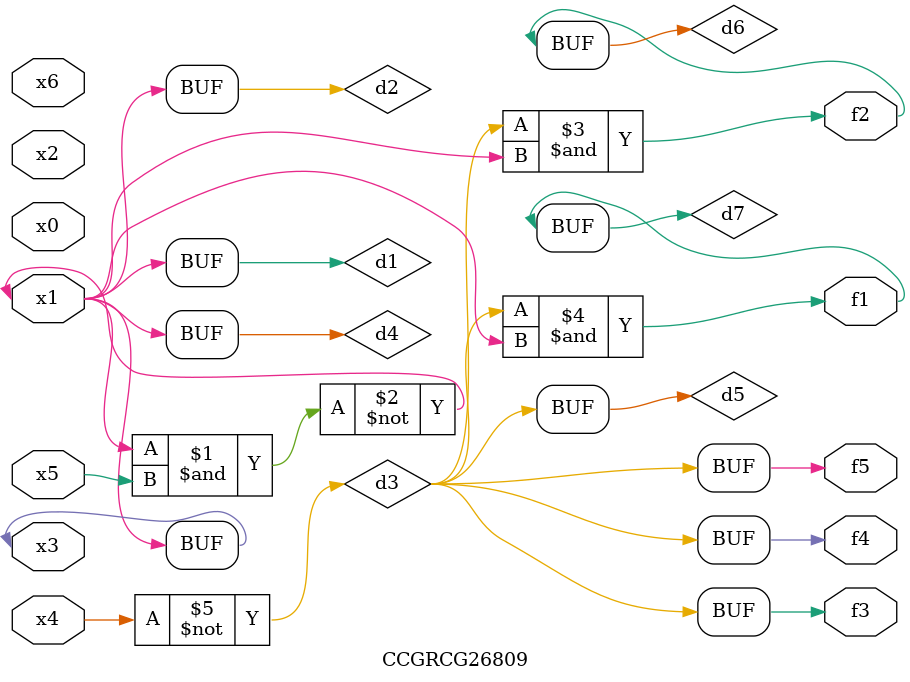
<source format=v>
module CCGRCG26809(
	input x0, x1, x2, x3, x4, x5, x6,
	output f1, f2, f3, f4, f5
);

	wire d1, d2, d3, d4, d5, d6, d7;

	buf (d1, x1, x3);
	nand (d2, x1, x5);
	not (d3, x4);
	buf (d4, d1, d2);
	buf (d5, d3);
	and (d6, d3, d4);
	and (d7, d3, d4);
	assign f1 = d7;
	assign f2 = d6;
	assign f3 = d5;
	assign f4 = d5;
	assign f5 = d5;
endmodule

</source>
